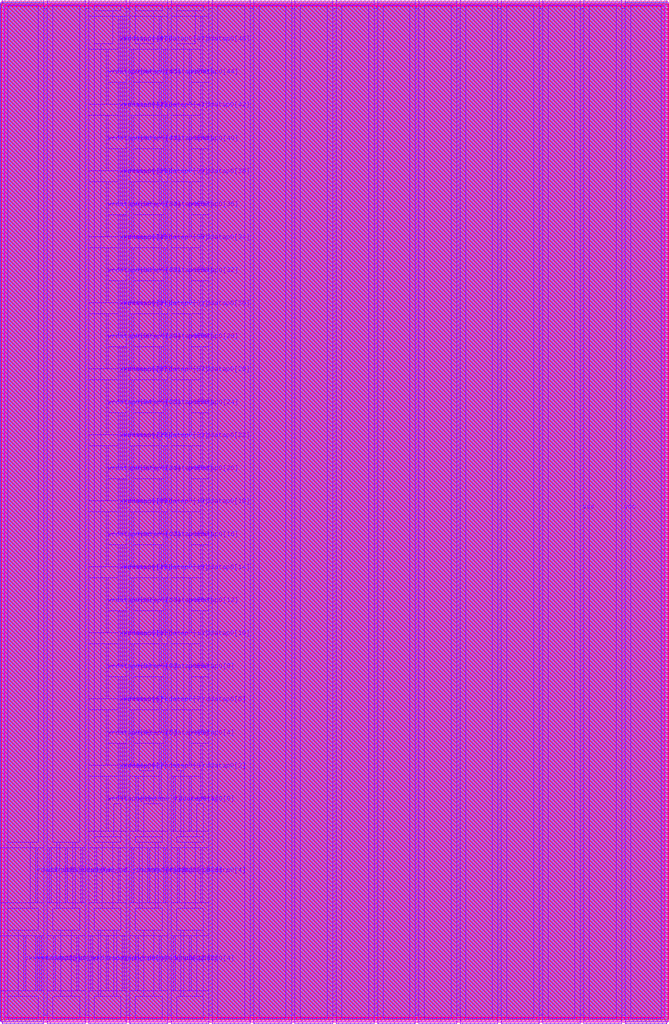
<source format=lef>
VERSION 5.8 ;
BUSBITCHARS "[]" ;
DIVIDERCHAR "/" ;

UNITS
  DATABASE MICRONS 4000 ;
END UNITS

PROPERTYDEFINITIONS
  MACRO hpml_layer STRING ;
  MACRO heml_layer STRING ;
END PROPERTYDEFINITIONS

MACRO arf046b064e1r1w0cbbehraa4acw
  CLASS BLOCK ;
  FOREIGN arf046b064e1r1w0cbbehraa4acw ;
  ORIGIN 0 0 ;
  SIZE 14.4 BY 22.08 ;
  PIN ckrdp0
    DIRECTION INPUT ;
    USE SIGNAL ;
    PORT
      LAYER m7 ;
        RECT 0.984 2.52 1.028 3.72 ;
    END
  END ckrdp0
  PIN ckwrp0
    DIRECTION INPUT ;
    USE SIGNAL ;
    PORT
      LAYER m7 ;
        RECT 0.428 0.6 0.472 1.8 ;
    END
  END ckwrp0
  PIN rdaddrp0[0]
    DIRECTION INPUT ;
    USE SIGNAL ;
    PORT
      LAYER m7 ;
        RECT 2.784 2.52 2.828 3.72 ;
    END
  END rdaddrp0[0]
  PIN rdaddrp0[1]
    DIRECTION INPUT ;
    USE SIGNAL ;
    PORT
      LAYER m7 ;
        RECT 3.128 2.52 3.172 3.72 ;
    END
  END rdaddrp0[1]
  PIN rdaddrp0[2]
    DIRECTION INPUT ;
    USE SIGNAL ;
    PORT
      LAYER m7 ;
        RECT 3.472 2.52 3.516 3.72 ;
    END
  END rdaddrp0[2]
  PIN rdaddrp0[3]
    DIRECTION INPUT ;
    USE SIGNAL ;
    PORT
      LAYER m7 ;
        RECT 3.772 2.52 3.816 3.72 ;
    END
  END rdaddrp0[3]
  PIN rdaddrp0[4]
    DIRECTION INPUT ;
    USE SIGNAL ;
    PORT
      LAYER m7 ;
        RECT 4.284 2.52 4.328 3.72 ;
    END
  END rdaddrp0[4]
  PIN rdaddrp0[5]
    DIRECTION INPUT ;
    USE SIGNAL ;
    PORT
      LAYER m7 ;
        RECT 0.684 2.52 0.728 3.72 ;
    END
  END rdaddrp0[5]
  PIN rdaddrp0_fd
    DIRECTION INPUT ;
    USE SIGNAL ;
    PORT
      LAYER m7 ;
        RECT 1.328 2.52 1.372 3.72 ;
    END
  END rdaddrp0_fd
  PIN rdaddrp0_rd
    DIRECTION INPUT ;
    USE SIGNAL ;
    PORT
      LAYER m7 ;
        RECT 1.672 2.52 1.716 3.72 ;
    END
  END rdaddrp0_rd
  PIN rdenp0
    DIRECTION INPUT ;
    USE SIGNAL ;
    PORT
      LAYER m7 ;
        RECT 1.972 2.52 2.016 3.72 ;
    END
  END rdenp0
  PIN sdl_initp0
    DIRECTION INPUT ;
    USE SIGNAL ;
    PORT
      LAYER m7 ;
        RECT 2.484 2.52 2.528 3.72 ;
    END
  END sdl_initp0
  PIN wraddrp0[0]
    DIRECTION INPUT ;
    USE SIGNAL ;
    PORT
      LAYER m7 ;
        RECT 2.572 0.6 2.616 1.8 ;
    END
  END wraddrp0[0]
  PIN wraddrp0[1]
    DIRECTION INPUT ;
    USE SIGNAL ;
    PORT
      LAYER m7 ;
        RECT 2.872 0.6 2.916 1.8 ;
    END
  END wraddrp0[1]
  PIN wraddrp0[2]
    DIRECTION INPUT ;
    USE SIGNAL ;
    PORT
      LAYER m7 ;
        RECT 3.384 0.6 3.428 1.8 ;
    END
  END wraddrp0[2]
  PIN wraddrp0[3]
    DIRECTION INPUT ;
    USE SIGNAL ;
    PORT
      LAYER m7 ;
        RECT 3.684 0.6 3.728 1.8 ;
    END
  END wraddrp0[3]
  PIN wraddrp0[4]
    DIRECTION INPUT ;
    USE SIGNAL ;
    PORT
      LAYER m7 ;
        RECT 4.028 0.6 4.072 1.8 ;
    END
  END wraddrp0[4]
  PIN wraddrp0[5]
    DIRECTION INPUT ;
    USE SIGNAL ;
    PORT
      LAYER m7 ;
        RECT 0.684 0.6 0.728 1.8 ;
    END
  END wraddrp0[5]
  PIN wraddrp0_fd
    DIRECTION INPUT ;
    USE SIGNAL ;
    PORT
      LAYER m7 ;
        RECT 0.772 0.6 0.816 1.8 ;
    END
  END wraddrp0_fd
  PIN wraddrp0_rd
    DIRECTION INPUT ;
    USE SIGNAL ;
    PORT
      LAYER m7 ;
        RECT 1.072 0.6 1.116 1.8 ;
    END
  END wraddrp0_rd
  PIN wrdatap0[0]
    DIRECTION INPUT ;
    USE SIGNAL ;
    PORT
      LAYER m7 ;
        RECT 2.872 4.08 2.916 5.28 ;
    END
  END wrdatap0[0]
  PIN wrdatap0[10]
    DIRECTION INPUT ;
    USE SIGNAL ;
    PORT
      LAYER m7 ;
        RECT 2.484 7.68 2.528 8.88 ;
    END
  END wrdatap0[10]
  PIN wrdatap0[11]
    DIRECTION INPUT ;
    USE SIGNAL ;
    PORT
      LAYER m7 ;
        RECT 2.572 7.68 2.616 8.88 ;
    END
  END wrdatap0[11]
  PIN wrdatap0[12]
    DIRECTION INPUT ;
    USE SIGNAL ;
    PORT
      LAYER m7 ;
        RECT 2.228 8.4 2.272 9.6 ;
    END
  END wrdatap0[12]
  PIN wrdatap0[13]
    DIRECTION INPUT ;
    USE SIGNAL ;
    PORT
      LAYER m7 ;
        RECT 2.784 8.4 2.828 9.6 ;
    END
  END wrdatap0[13]
  PIN wrdatap0[14]
    DIRECTION INPUT ;
    USE SIGNAL ;
    PORT
      LAYER m7 ;
        RECT 2.484 9.12 2.528 10.32 ;
    END
  END wrdatap0[14]
  PIN wrdatap0[15]
    DIRECTION INPUT ;
    USE SIGNAL ;
    PORT
      LAYER m7 ;
        RECT 2.572 9.12 2.616 10.32 ;
    END
  END wrdatap0[15]
  PIN wrdatap0[16]
    DIRECTION INPUT ;
    USE SIGNAL ;
    PORT
      LAYER m7 ;
        RECT 2.228 9.84 2.272 11.04 ;
    END
  END wrdatap0[16]
  PIN wrdatap0[17]
    DIRECTION INPUT ;
    USE SIGNAL ;
    PORT
      LAYER m7 ;
        RECT 2.784 9.84 2.828 11.04 ;
    END
  END wrdatap0[17]
  PIN wrdatap0[18]
    DIRECTION INPUT ;
    USE SIGNAL ;
    PORT
      LAYER m7 ;
        RECT 2.484 10.56 2.528 11.76 ;
    END
  END wrdatap0[18]
  PIN wrdatap0[19]
    DIRECTION INPUT ;
    USE SIGNAL ;
    PORT
      LAYER m7 ;
        RECT 2.572 10.56 2.616 11.76 ;
    END
  END wrdatap0[19]
  PIN wrdatap0[1]
    DIRECTION INPUT ;
    USE SIGNAL ;
    PORT
      LAYER m7 ;
        RECT 2.228 4.08 2.272 5.28 ;
    END
  END wrdatap0[1]
  PIN wrdatap0[20]
    DIRECTION INPUT ;
    USE SIGNAL ;
    PORT
      LAYER m7 ;
        RECT 2.228 11.28 2.272 12.48 ;
    END
  END wrdatap0[20]
  PIN wrdatap0[21]
    DIRECTION INPUT ;
    USE SIGNAL ;
    PORT
      LAYER m7 ;
        RECT 2.784 11.28 2.828 12.48 ;
    END
  END wrdatap0[21]
  PIN wrdatap0[22]
    DIRECTION INPUT ;
    USE SIGNAL ;
    PORT
      LAYER m7 ;
        RECT 2.484 12 2.528 13.2 ;
    END
  END wrdatap0[22]
  PIN wrdatap0[23]
    DIRECTION INPUT ;
    USE SIGNAL ;
    PORT
      LAYER m7 ;
        RECT 2.572 12 2.616 13.2 ;
    END
  END wrdatap0[23]
  PIN wrdatap0[24]
    DIRECTION INPUT ;
    USE SIGNAL ;
    PORT
      LAYER m7 ;
        RECT 2.228 12.72 2.272 13.92 ;
    END
  END wrdatap0[24]
  PIN wrdatap0[25]
    DIRECTION INPUT ;
    USE SIGNAL ;
    PORT
      LAYER m7 ;
        RECT 2.784 12.72 2.828 13.92 ;
    END
  END wrdatap0[25]
  PIN wrdatap0[26]
    DIRECTION INPUT ;
    USE SIGNAL ;
    PORT
      LAYER m7 ;
        RECT 2.484 13.44 2.528 14.64 ;
    END
  END wrdatap0[26]
  PIN wrdatap0[27]
    DIRECTION INPUT ;
    USE SIGNAL ;
    PORT
      LAYER m7 ;
        RECT 2.572 13.44 2.616 14.64 ;
    END
  END wrdatap0[27]
  PIN wrdatap0[28]
    DIRECTION INPUT ;
    USE SIGNAL ;
    PORT
      LAYER m7 ;
        RECT 2.228 14.16 2.272 15.36 ;
    END
  END wrdatap0[28]
  PIN wrdatap0[29]
    DIRECTION INPUT ;
    USE SIGNAL ;
    PORT
      LAYER m7 ;
        RECT 2.784 14.16 2.828 15.36 ;
    END
  END wrdatap0[29]
  PIN wrdatap0[2]
    DIRECTION INPUT ;
    USE SIGNAL ;
    PORT
      LAYER m7 ;
        RECT 2.484 4.8 2.528 6 ;
    END
  END wrdatap0[2]
  PIN wrdatap0[30]
    DIRECTION INPUT ;
    USE SIGNAL ;
    PORT
      LAYER m7 ;
        RECT 2.484 14.88 2.528 16.08 ;
    END
  END wrdatap0[30]
  PIN wrdatap0[31]
    DIRECTION INPUT ;
    USE SIGNAL ;
    PORT
      LAYER m7 ;
        RECT 2.572 14.88 2.616 16.08 ;
    END
  END wrdatap0[31]
  PIN wrdatap0[32]
    DIRECTION INPUT ;
    USE SIGNAL ;
    PORT
      LAYER m7 ;
        RECT 2.228 15.6 2.272 16.8 ;
    END
  END wrdatap0[32]
  PIN wrdatap0[33]
    DIRECTION INPUT ;
    USE SIGNAL ;
    PORT
      LAYER m7 ;
        RECT 2.784 15.6 2.828 16.8 ;
    END
  END wrdatap0[33]
  PIN wrdatap0[34]
    DIRECTION INPUT ;
    USE SIGNAL ;
    PORT
      LAYER m7 ;
        RECT 2.484 16.32 2.528 17.52 ;
    END
  END wrdatap0[34]
  PIN wrdatap0[35]
    DIRECTION INPUT ;
    USE SIGNAL ;
    PORT
      LAYER m7 ;
        RECT 2.572 16.32 2.616 17.52 ;
    END
  END wrdatap0[35]
  PIN wrdatap0[36]
    DIRECTION INPUT ;
    USE SIGNAL ;
    PORT
      LAYER m7 ;
        RECT 2.228 17.04 2.272 18.24 ;
    END
  END wrdatap0[36]
  PIN wrdatap0[37]
    DIRECTION INPUT ;
    USE SIGNAL ;
    PORT
      LAYER m7 ;
        RECT 2.784 17.04 2.828 18.24 ;
    END
  END wrdatap0[37]
  PIN wrdatap0[38]
    DIRECTION INPUT ;
    USE SIGNAL ;
    PORT
      LAYER m7 ;
        RECT 2.484 17.76 2.528 18.96 ;
    END
  END wrdatap0[38]
  PIN wrdatap0[39]
    DIRECTION INPUT ;
    USE SIGNAL ;
    PORT
      LAYER m7 ;
        RECT 2.572 17.76 2.616 18.96 ;
    END
  END wrdatap0[39]
  PIN wrdatap0[3]
    DIRECTION INPUT ;
    USE SIGNAL ;
    PORT
      LAYER m7 ;
        RECT 2.572 4.8 2.616 6 ;
    END
  END wrdatap0[3]
  PIN wrdatap0[40]
    DIRECTION INPUT ;
    USE SIGNAL ;
    PORT
      LAYER m7 ;
        RECT 2.228 18.48 2.272 19.68 ;
    END
  END wrdatap0[40]
  PIN wrdatap0[41]
    DIRECTION INPUT ;
    USE SIGNAL ;
    PORT
      LAYER m7 ;
        RECT 2.784 18.48 2.828 19.68 ;
    END
  END wrdatap0[41]
  PIN wrdatap0[42]
    DIRECTION INPUT ;
    USE SIGNAL ;
    PORT
      LAYER m7 ;
        RECT 2.484 19.2 2.528 20.4 ;
    END
  END wrdatap0[42]
  PIN wrdatap0[43]
    DIRECTION INPUT ;
    USE SIGNAL ;
    PORT
      LAYER m7 ;
        RECT 2.572 19.2 2.616 20.4 ;
    END
  END wrdatap0[43]
  PIN wrdatap0[44]
    DIRECTION INPUT ;
    USE SIGNAL ;
    PORT
      LAYER m7 ;
        RECT 2.228 19.92 2.272 21.12 ;
    END
  END wrdatap0[44]
  PIN wrdatap0[45]
    DIRECTION INPUT ;
    USE SIGNAL ;
    PORT
      LAYER m7 ;
        RECT 2.784 19.92 2.828 21.12 ;
    END
  END wrdatap0[45]
  PIN wrdatap0[46]
    DIRECTION INPUT ;
    USE SIGNAL ;
    PORT
      LAYER m7 ;
        RECT 2.484 20.64 2.528 21.84 ;
    END
  END wrdatap0[46]
  PIN wrdatap0[47]
    DIRECTION INPUT ;
    USE SIGNAL ;
    PORT
      LAYER m7 ;
        RECT 2.572 20.64 2.616 21.84 ;
    END
  END wrdatap0[47]
  PIN wrdatap0[4]
    DIRECTION INPUT ;
    USE SIGNAL ;
    PORT
      LAYER m7 ;
        RECT 2.228 5.52 2.272 6.72 ;
    END
  END wrdatap0[4]
  PIN wrdatap0[5]
    DIRECTION INPUT ;
    USE SIGNAL ;
    PORT
      LAYER m7 ;
        RECT 2.784 5.52 2.828 6.72 ;
    END
  END wrdatap0[5]
  PIN wrdatap0[6]
    DIRECTION INPUT ;
    USE SIGNAL ;
    PORT
      LAYER m7 ;
        RECT 2.484 6.24 2.528 7.44 ;
    END
  END wrdatap0[6]
  PIN wrdatap0[7]
    DIRECTION INPUT ;
    USE SIGNAL ;
    PORT
      LAYER m7 ;
        RECT 2.572 6.24 2.616 7.44 ;
    END
  END wrdatap0[7]
  PIN wrdatap0[8]
    DIRECTION INPUT ;
    USE SIGNAL ;
    PORT
      LAYER m7 ;
        RECT 2.228 6.96 2.272 8.16 ;
    END
  END wrdatap0[8]
  PIN wrdatap0[9]
    DIRECTION INPUT ;
    USE SIGNAL ;
    PORT
      LAYER m7 ;
        RECT 2.784 6.96 2.828 8.16 ;
    END
  END wrdatap0[9]
  PIN wrdatap0_fd
    DIRECTION INPUT ;
    USE SIGNAL ;
    PORT
      LAYER m7 ;
        RECT 1.884 0.6 1.928 1.8 ;
    END
  END wrdatap0_fd
  PIN wrdatap0_rd
    DIRECTION INPUT ;
    USE SIGNAL ;
    PORT
      LAYER m7 ;
        RECT 2.228 0.6 2.272 1.8 ;
    END
  END wrdatap0_rd
  PIN wrenp0
    DIRECTION INPUT ;
    USE SIGNAL ;
    PORT
      LAYER m7 ;
        RECT 1.584 0.6 1.628 1.8 ;
    END
  END wrenp0
  PIN rddatap0[0]
    DIRECTION OUTPUT ;
    USE SIGNAL ;
    PORT
      LAYER m7 ;
        RECT 4.028 4.08 4.072 5.28 ;
    END
  END rddatap0[0]
  PIN rddatap0[10]
    DIRECTION OUTPUT ;
    USE SIGNAL ;
    PORT
      LAYER m7 ;
        RECT 4.284 7.68 4.328 8.88 ;
    END
  END rddatap0[10]
  PIN rddatap0[11]
    DIRECTION OUTPUT ;
    USE SIGNAL ;
    PORT
      LAYER m7 ;
        RECT 3.384 7.68 3.428 8.88 ;
    END
  END rddatap0[11]
  PIN rddatap0[12]
    DIRECTION OUTPUT ;
    USE SIGNAL ;
    PORT
      LAYER m7 ;
        RECT 4.028 8.4 4.072 9.6 ;
    END
  END rddatap0[12]
  PIN rddatap0[13]
    DIRECTION OUTPUT ;
    USE SIGNAL ;
    PORT
      LAYER m7 ;
        RECT 3.472 8.4 3.516 9.6 ;
    END
  END rddatap0[13]
  PIN rddatap0[14]
    DIRECTION OUTPUT ;
    USE SIGNAL ;
    PORT
      LAYER m7 ;
        RECT 4.284 9.12 4.328 10.32 ;
    END
  END rddatap0[14]
  PIN rddatap0[15]
    DIRECTION OUTPUT ;
    USE SIGNAL ;
    PORT
      LAYER m7 ;
        RECT 3.384 9.12 3.428 10.32 ;
    END
  END rddatap0[15]
  PIN rddatap0[16]
    DIRECTION OUTPUT ;
    USE SIGNAL ;
    PORT
      LAYER m7 ;
        RECT 4.028 9.84 4.072 11.04 ;
    END
  END rddatap0[16]
  PIN rddatap0[17]
    DIRECTION OUTPUT ;
    USE SIGNAL ;
    PORT
      LAYER m7 ;
        RECT 3.472 9.84 3.516 11.04 ;
    END
  END rddatap0[17]
  PIN rddatap0[18]
    DIRECTION OUTPUT ;
    USE SIGNAL ;
    PORT
      LAYER m7 ;
        RECT 4.284 10.56 4.328 11.76 ;
    END
  END rddatap0[18]
  PIN rddatap0[19]
    DIRECTION OUTPUT ;
    USE SIGNAL ;
    PORT
      LAYER m7 ;
        RECT 3.384 10.56 3.428 11.76 ;
    END
  END rddatap0[19]
  PIN rddatap0[1]
    DIRECTION OUTPUT ;
    USE SIGNAL ;
    PORT
      LAYER m7 ;
        RECT 3.684 4.08 3.728 5.28 ;
    END
  END rddatap0[1]
  PIN rddatap0[20]
    DIRECTION OUTPUT ;
    USE SIGNAL ;
    PORT
      LAYER m7 ;
        RECT 4.028 11.28 4.072 12.48 ;
    END
  END rddatap0[20]
  PIN rddatap0[21]
    DIRECTION OUTPUT ;
    USE SIGNAL ;
    PORT
      LAYER m7 ;
        RECT 3.472 11.28 3.516 12.48 ;
    END
  END rddatap0[21]
  PIN rddatap0[22]
    DIRECTION OUTPUT ;
    USE SIGNAL ;
    PORT
      LAYER m7 ;
        RECT 4.284 12 4.328 13.2 ;
    END
  END rddatap0[22]
  PIN rddatap0[23]
    DIRECTION OUTPUT ;
    USE SIGNAL ;
    PORT
      LAYER m7 ;
        RECT 3.384 12 3.428 13.2 ;
    END
  END rddatap0[23]
  PIN rddatap0[24]
    DIRECTION OUTPUT ;
    USE SIGNAL ;
    PORT
      LAYER m7 ;
        RECT 4.028 12.72 4.072 13.92 ;
    END
  END rddatap0[24]
  PIN rddatap0[25]
    DIRECTION OUTPUT ;
    USE SIGNAL ;
    PORT
      LAYER m7 ;
        RECT 3.472 12.72 3.516 13.92 ;
    END
  END rddatap0[25]
  PIN rddatap0[26]
    DIRECTION OUTPUT ;
    USE SIGNAL ;
    PORT
      LAYER m7 ;
        RECT 4.284 13.44 4.328 14.64 ;
    END
  END rddatap0[26]
  PIN rddatap0[27]
    DIRECTION OUTPUT ;
    USE SIGNAL ;
    PORT
      LAYER m7 ;
        RECT 3.384 13.44 3.428 14.64 ;
    END
  END rddatap0[27]
  PIN rddatap0[28]
    DIRECTION OUTPUT ;
    USE SIGNAL ;
    PORT
      LAYER m7 ;
        RECT 4.028 14.16 4.072 15.36 ;
    END
  END rddatap0[28]
  PIN rddatap0[29]
    DIRECTION OUTPUT ;
    USE SIGNAL ;
    PORT
      LAYER m7 ;
        RECT 3.472 14.16 3.516 15.36 ;
    END
  END rddatap0[29]
  PIN rddatap0[2]
    DIRECTION OUTPUT ;
    USE SIGNAL ;
    PORT
      LAYER m7 ;
        RECT 4.284 4.8 4.328 6 ;
    END
  END rddatap0[2]
  PIN rddatap0[30]
    DIRECTION OUTPUT ;
    USE SIGNAL ;
    PORT
      LAYER m7 ;
        RECT 4.284 14.88 4.328 16.08 ;
    END
  END rddatap0[30]
  PIN rddatap0[31]
    DIRECTION OUTPUT ;
    USE SIGNAL ;
    PORT
      LAYER m7 ;
        RECT 3.384 14.88 3.428 16.08 ;
    END
  END rddatap0[31]
  PIN rddatap0[32]
    DIRECTION OUTPUT ;
    USE SIGNAL ;
    PORT
      LAYER m7 ;
        RECT 4.028 15.6 4.072 16.8 ;
    END
  END rddatap0[32]
  PIN rddatap0[33]
    DIRECTION OUTPUT ;
    USE SIGNAL ;
    PORT
      LAYER m7 ;
        RECT 3.472 15.6 3.516 16.8 ;
    END
  END rddatap0[33]
  PIN rddatap0[34]
    DIRECTION OUTPUT ;
    USE SIGNAL ;
    PORT
      LAYER m7 ;
        RECT 4.284 16.32 4.328 17.52 ;
    END
  END rddatap0[34]
  PIN rddatap0[35]
    DIRECTION OUTPUT ;
    USE SIGNAL ;
    PORT
      LAYER m7 ;
        RECT 3.384 16.32 3.428 17.52 ;
    END
  END rddatap0[35]
  PIN rddatap0[36]
    DIRECTION OUTPUT ;
    USE SIGNAL ;
    PORT
      LAYER m7 ;
        RECT 4.028 17.04 4.072 18.24 ;
    END
  END rddatap0[36]
  PIN rddatap0[37]
    DIRECTION OUTPUT ;
    USE SIGNAL ;
    PORT
      LAYER m7 ;
        RECT 3.472 17.04 3.516 18.24 ;
    END
  END rddatap0[37]
  PIN rddatap0[38]
    DIRECTION OUTPUT ;
    USE SIGNAL ;
    PORT
      LAYER m7 ;
        RECT 4.284 17.76 4.328 18.96 ;
    END
  END rddatap0[38]
  PIN rddatap0[39]
    DIRECTION OUTPUT ;
    USE SIGNAL ;
    PORT
      LAYER m7 ;
        RECT 3.384 17.76 3.428 18.96 ;
    END
  END rddatap0[39]
  PIN rddatap0[3]
    DIRECTION OUTPUT ;
    USE SIGNAL ;
    PORT
      LAYER m7 ;
        RECT 3.384 4.8 3.428 6 ;
    END
  END rddatap0[3]
  PIN rddatap0[40]
    DIRECTION OUTPUT ;
    USE SIGNAL ;
    PORT
      LAYER m7 ;
        RECT 4.028 18.48 4.072 19.68 ;
    END
  END rddatap0[40]
  PIN rddatap0[41]
    DIRECTION OUTPUT ;
    USE SIGNAL ;
    PORT
      LAYER m7 ;
        RECT 3.472 18.48 3.516 19.68 ;
    END
  END rddatap0[41]
  PIN rddatap0[42]
    DIRECTION OUTPUT ;
    USE SIGNAL ;
    PORT
      LAYER m7 ;
        RECT 4.284 19.2 4.328 20.4 ;
    END
  END rddatap0[42]
  PIN rddatap0[43]
    DIRECTION OUTPUT ;
    USE SIGNAL ;
    PORT
      LAYER m7 ;
        RECT 3.384 19.2 3.428 20.4 ;
    END
  END rddatap0[43]
  PIN rddatap0[44]
    DIRECTION OUTPUT ;
    USE SIGNAL ;
    PORT
      LAYER m7 ;
        RECT 4.028 19.92 4.072 21.12 ;
    END
  END rddatap0[44]
  PIN rddatap0[45]
    DIRECTION OUTPUT ;
    USE SIGNAL ;
    PORT
      LAYER m7 ;
        RECT 3.472 19.92 3.516 21.12 ;
    END
  END rddatap0[45]
  PIN rddatap0[46]
    DIRECTION OUTPUT ;
    USE SIGNAL ;
    PORT
      LAYER m7 ;
        RECT 4.284 20.64 4.328 21.84 ;
    END
  END rddatap0[46]
  PIN rddatap0[47]
    DIRECTION OUTPUT ;
    USE SIGNAL ;
    PORT
      LAYER m7 ;
        RECT 3.384 20.64 3.428 21.84 ;
    END
  END rddatap0[47]
  PIN rddatap0[4]
    DIRECTION OUTPUT ;
    USE SIGNAL ;
    PORT
      LAYER m7 ;
        RECT 4.028 5.52 4.072 6.72 ;
    END
  END rddatap0[4]
  PIN rddatap0[5]
    DIRECTION OUTPUT ;
    USE SIGNAL ;
    PORT
      LAYER m7 ;
        RECT 3.472 5.52 3.516 6.72 ;
    END
  END rddatap0[5]
  PIN rddatap0[6]
    DIRECTION OUTPUT ;
    USE SIGNAL ;
    PORT
      LAYER m7 ;
        RECT 4.284 6.24 4.328 7.44 ;
    END
  END rddatap0[6]
  PIN rddatap0[7]
    DIRECTION OUTPUT ;
    USE SIGNAL ;
    PORT
      LAYER m7 ;
        RECT 3.384 6.24 3.428 7.44 ;
    END
  END rddatap0[7]
  PIN rddatap0[8]
    DIRECTION OUTPUT ;
    USE SIGNAL ;
    PORT
      LAYER m7 ;
        RECT 4.028 6.96 4.072 8.16 ;
    END
  END rddatap0[8]
  PIN rddatap0[9]
    DIRECTION OUTPUT ;
    USE SIGNAL ;
    PORT
      LAYER m7 ;
        RECT 3.472 6.96 3.516 8.16 ;
    END
  END rddatap0[9]
  PIN vcc
    DIRECTION INPUT ;
    USE POWER ;
    PORT
      LAYER m7 ;
        RECT 0.862 0.06 0.938 22.02 ;
        RECT 2.662 0.06 2.738 22.02 ;
        RECT 4.462 0.06 4.538 22.02 ;
        RECT 6.262 0.06 6.338 22.02 ;
        RECT 8.062 0.06 8.138 22.02 ;
        RECT 9.862 0.06 9.938 22.02 ;
        RECT 11.662 0.06 11.738 22.02 ;
        RECT 13.462 0.06 13.538 22.02 ;
    END
  END vcc
  PIN vss
    DIRECTION INOUT ;
    USE GROUND ;
    PORT
      LAYER m7 ;
        RECT 1.762 0.06 1.838 22.02 ;
        RECT 3.562 0.06 3.638 22.02 ;
        RECT 5.362 0.06 5.438 22.02 ;
        RECT 7.162 0.06 7.238 22.02 ;
        RECT 8.962 0.06 9.038 22.02 ;
        RECT 10.762 0.06 10.838 22.02 ;
        RECT 12.562 0.06 12.638 22.02 ;
    END
  END vss
  OBS
    LAYER m0 SPACING 0 ;
      RECT -0.016 -0.014 14.416 22.094 ;
    LAYER m1 SPACING 0 ;
      RECT -0.02 -0.02 14.42 22.1 ;
    LAYER m2 SPACING 0 ;
      RECT -0.0705 -0.038 14.4705 22.118 ;
    LAYER m3 SPACING 0 ;
      RECT -0.035 -0.07 14.435 22.15 ;
    LAYER m4 SPACING 0 ;
      RECT -0.07 -0.038 14.47 22.118 ;
    LAYER m5 SPACING 0 ;
      RECT -0.059 -0.09 14.459 22.17 ;
    LAYER m6 SPACING 0 ;
      RECT -0.09 -0.062 14.49 22.142 ;
    LAYER m7 SPACING 0 ;
      RECT 13.538 22.14 14.44 22.2 ;
      RECT 13.538 -0.06 14.492 22.14 ;
      RECT 13.538 -0.12 14.44 -0.06 ;
      RECT 12.638 -0.12 13.462 22.2 ;
      RECT 11.738 -0.12 12.562 22.2 ;
      RECT 10.838 -0.12 11.662 22.2 ;
      RECT 9.938 -0.12 10.762 22.2 ;
      RECT 9.038 -0.12 9.862 22.2 ;
      RECT 8.138 -0.12 8.962 22.2 ;
      RECT 7.238 -0.12 8.062 22.2 ;
      RECT 6.338 -0.12 7.162 22.2 ;
      RECT 5.438 -0.12 6.262 22.2 ;
      RECT 4.538 -0.12 5.362 22.2 ;
      RECT 3.638 21.84 4.462 22.2 ;
      RECT 3.638 21.12 4.284 21.84 ;
      RECT 4.328 20.64 4.462 21.84 ;
      RECT 4.072 20.64 4.284 21.12 ;
      RECT 4.072 20.4 4.462 20.64 ;
      RECT 3.638 19.92 4.028 21.12 ;
      RECT 4.072 19.92 4.284 20.4 ;
      RECT 3.638 19.68 4.284 19.92 ;
      RECT 4.328 19.2 4.462 20.4 ;
      RECT 4.072 19.2 4.284 19.68 ;
      RECT 4.072 18.96 4.462 19.2 ;
      RECT 3.638 18.48 4.028 19.68 ;
      RECT 4.072 18.48 4.284 18.96 ;
      RECT 3.638 18.24 4.284 18.48 ;
      RECT 4.328 17.76 4.462 18.96 ;
      RECT 4.072 17.76 4.284 18.24 ;
      RECT 4.072 17.52 4.462 17.76 ;
      RECT 3.638 17.04 4.028 18.24 ;
      RECT 4.072 17.04 4.284 17.52 ;
      RECT 3.638 16.8 4.284 17.04 ;
      RECT 4.328 16.32 4.462 17.52 ;
      RECT 4.072 16.32 4.284 16.8 ;
      RECT 4.072 16.08 4.462 16.32 ;
      RECT 3.638 15.6 4.028 16.8 ;
      RECT 4.072 15.6 4.284 16.08 ;
      RECT 3.638 15.36 4.284 15.6 ;
      RECT 4.328 14.88 4.462 16.08 ;
      RECT 4.072 14.88 4.284 15.36 ;
      RECT 4.072 14.64 4.462 14.88 ;
      RECT 3.638 14.16 4.028 15.36 ;
      RECT 4.072 14.16 4.284 14.64 ;
      RECT 3.638 13.92 4.284 14.16 ;
      RECT 4.328 13.44 4.462 14.64 ;
      RECT 4.072 13.44 4.284 13.92 ;
      RECT 4.072 13.2 4.462 13.44 ;
      RECT 3.638 12.72 4.028 13.92 ;
      RECT 4.072 12.72 4.284 13.2 ;
      RECT 3.638 12.48 4.284 12.72 ;
      RECT 4.328 12 4.462 13.2 ;
      RECT 4.072 12 4.284 12.48 ;
      RECT 4.072 11.76 4.462 12 ;
      RECT 3.638 11.28 4.028 12.48 ;
      RECT 4.072 11.28 4.284 11.76 ;
      RECT 3.638 11.04 4.284 11.28 ;
      RECT 4.328 10.56 4.462 11.76 ;
      RECT 4.072 10.56 4.284 11.04 ;
      RECT 4.072 10.32 4.462 10.56 ;
      RECT 3.638 9.84 4.028 11.04 ;
      RECT 4.072 9.84 4.284 10.32 ;
      RECT 3.638 9.6 4.284 9.84 ;
      RECT 4.328 9.12 4.462 10.32 ;
      RECT 4.072 9.12 4.284 9.6 ;
      RECT 4.072 8.88 4.462 9.12 ;
      RECT 3.638 8.4 4.028 9.6 ;
      RECT 4.072 8.4 4.284 8.88 ;
      RECT 3.638 8.16 4.284 8.4 ;
      RECT 4.328 7.68 4.462 8.88 ;
      RECT 4.072 7.68 4.284 8.16 ;
      RECT 4.072 7.44 4.462 7.68 ;
      RECT 3.638 6.96 4.028 8.16 ;
      RECT 4.072 6.96 4.284 7.44 ;
      RECT 3.638 6.72 4.284 6.96 ;
      RECT 4.328 6.24 4.462 7.44 ;
      RECT 4.072 6.24 4.284 6.72 ;
      RECT 4.072 6 4.462 6.24 ;
      RECT 3.638 5.52 4.028 6.72 ;
      RECT 4.072 5.52 4.284 6 ;
      RECT 3.638 5.28 4.284 5.52 ;
      RECT 4.328 4.8 4.462 6 ;
      RECT 4.072 4.8 4.284 5.28 ;
      RECT 3.638 4.08 3.684 5.28 ;
      RECT 3.728 4.08 4.028 5.28 ;
      RECT 4.072 4.08 4.462 4.8 ;
      RECT 3.638 3.72 4.462 4.08 ;
      RECT 3.638 2.52 3.772 3.72 ;
      RECT 3.816 2.52 4.284 3.72 ;
      RECT 4.328 2.52 4.462 3.72 ;
      RECT 3.638 1.8 4.462 2.52 ;
      RECT 3.638 0.6 3.684 1.8 ;
      RECT 3.728 0.6 4.028 1.8 ;
      RECT 4.072 0.6 4.462 1.8 ;
      RECT 3.638 -0.12 4.462 0.6 ;
      RECT 2.738 21.84 3.562 22.2 ;
      RECT 2.738 21.12 3.384 21.84 ;
      RECT 3.428 21.12 3.562 21.84 ;
      RECT 2.828 20.64 3.384 21.12 ;
      RECT 3.428 20.64 3.472 21.12 ;
      RECT 2.828 20.4 3.472 20.64 ;
      RECT 2.738 19.92 2.784 21.12 ;
      RECT 3.516 19.92 3.562 21.12 ;
      RECT 2.828 19.92 3.384 20.4 ;
      RECT 3.428 19.92 3.472 20.4 ;
      RECT 2.738 19.68 3.384 19.92 ;
      RECT 3.428 19.68 3.562 19.92 ;
      RECT 2.828 19.2 3.384 19.68 ;
      RECT 3.428 19.2 3.472 19.68 ;
      RECT 2.828 18.96 3.472 19.2 ;
      RECT 2.738 18.48 2.784 19.68 ;
      RECT 3.516 18.48 3.562 19.68 ;
      RECT 2.828 18.48 3.384 18.96 ;
      RECT 3.428 18.48 3.472 18.96 ;
      RECT 2.738 18.24 3.384 18.48 ;
      RECT 3.428 18.24 3.562 18.48 ;
      RECT 2.828 17.76 3.384 18.24 ;
      RECT 3.428 17.76 3.472 18.24 ;
      RECT 2.828 17.52 3.472 17.76 ;
      RECT 2.738 17.04 2.784 18.24 ;
      RECT 3.516 17.04 3.562 18.24 ;
      RECT 2.828 17.04 3.384 17.52 ;
      RECT 3.428 17.04 3.472 17.52 ;
      RECT 2.738 16.8 3.384 17.04 ;
      RECT 3.428 16.8 3.562 17.04 ;
      RECT 2.828 16.32 3.384 16.8 ;
      RECT 3.428 16.32 3.472 16.8 ;
      RECT 2.828 16.08 3.472 16.32 ;
      RECT 2.738 15.6 2.784 16.8 ;
      RECT 3.516 15.6 3.562 16.8 ;
      RECT 2.828 15.6 3.384 16.08 ;
      RECT 3.428 15.6 3.472 16.08 ;
      RECT 2.738 15.36 3.384 15.6 ;
      RECT 3.428 15.36 3.562 15.6 ;
      RECT 2.828 14.88 3.384 15.36 ;
      RECT 3.428 14.88 3.472 15.36 ;
      RECT 2.828 14.64 3.472 14.88 ;
      RECT 2.738 14.16 2.784 15.36 ;
      RECT 3.516 14.16 3.562 15.36 ;
      RECT 2.828 14.16 3.384 14.64 ;
      RECT 3.428 14.16 3.472 14.64 ;
      RECT 2.738 13.92 3.384 14.16 ;
      RECT 3.428 13.92 3.562 14.16 ;
      RECT 2.828 13.44 3.384 13.92 ;
      RECT 3.428 13.44 3.472 13.92 ;
      RECT 2.828 13.2 3.472 13.44 ;
      RECT 2.738 12.72 2.784 13.92 ;
      RECT 3.516 12.72 3.562 13.92 ;
      RECT 2.828 12.72 3.384 13.2 ;
      RECT 3.428 12.72 3.472 13.2 ;
      RECT 2.738 12.48 3.384 12.72 ;
      RECT 3.428 12.48 3.562 12.72 ;
      RECT 2.828 12 3.384 12.48 ;
      RECT 3.428 12 3.472 12.48 ;
      RECT 2.828 11.76 3.472 12 ;
      RECT 2.738 11.28 2.784 12.48 ;
      RECT 3.516 11.28 3.562 12.48 ;
      RECT 2.828 11.28 3.384 11.76 ;
      RECT 3.428 11.28 3.472 11.76 ;
      RECT 2.738 11.04 3.384 11.28 ;
      RECT 3.428 11.04 3.562 11.28 ;
      RECT 2.828 10.56 3.384 11.04 ;
      RECT 3.428 10.56 3.472 11.04 ;
      RECT 2.828 10.32 3.472 10.56 ;
      RECT 2.738 9.84 2.784 11.04 ;
      RECT 3.516 9.84 3.562 11.04 ;
      RECT 2.828 9.84 3.384 10.32 ;
      RECT 3.428 9.84 3.472 10.32 ;
      RECT 2.738 9.6 3.384 9.84 ;
      RECT 3.428 9.6 3.562 9.84 ;
      RECT 2.828 9.12 3.384 9.6 ;
      RECT 3.428 9.12 3.472 9.6 ;
      RECT 2.828 8.88 3.472 9.12 ;
      RECT 2.738 8.4 2.784 9.6 ;
      RECT 3.516 8.4 3.562 9.6 ;
      RECT 2.828 8.4 3.384 8.88 ;
      RECT 3.428 8.4 3.472 8.88 ;
      RECT 2.738 8.16 3.384 8.4 ;
      RECT 3.428 8.16 3.562 8.4 ;
      RECT 2.828 7.68 3.384 8.16 ;
      RECT 3.428 7.68 3.472 8.16 ;
      RECT 2.828 7.44 3.472 7.68 ;
      RECT 2.738 6.96 2.784 8.16 ;
      RECT 3.516 6.96 3.562 8.16 ;
      RECT 2.828 6.96 3.384 7.44 ;
      RECT 3.428 6.96 3.472 7.44 ;
      RECT 2.738 6.72 3.384 6.96 ;
      RECT 3.428 6.72 3.562 6.96 ;
      RECT 2.828 6.24 3.384 6.72 ;
      RECT 3.428 6.24 3.472 6.72 ;
      RECT 2.828 6 3.472 6.24 ;
      RECT 2.738 5.52 2.784 6.72 ;
      RECT 3.516 5.52 3.562 6.72 ;
      RECT 2.828 5.52 3.384 6 ;
      RECT 3.428 5.52 3.472 6 ;
      RECT 2.738 5.28 3.384 5.52 ;
      RECT 3.428 4.8 3.562 5.52 ;
      RECT 2.916 4.8 3.384 5.28 ;
      RECT 2.738 4.08 2.872 5.28 ;
      RECT 2.916 4.08 3.562 4.8 ;
      RECT 2.738 3.72 3.562 4.08 ;
      RECT 2.738 2.52 2.784 3.72 ;
      RECT 2.828 2.52 3.128 3.72 ;
      RECT 3.172 2.52 3.472 3.72 ;
      RECT 3.516 2.52 3.562 3.72 ;
      RECT 2.738 1.8 3.562 2.52 ;
      RECT 2.738 0.6 2.872 1.8 ;
      RECT 2.916 0.6 3.384 1.8 ;
      RECT 3.428 0.6 3.562 1.8 ;
      RECT 2.738 -0.12 3.562 0.6 ;
      RECT 1.838 21.84 2.662 22.2 ;
      RECT 1.838 21.12 2.484 21.84 ;
      RECT 2.528 20.64 2.572 21.84 ;
      RECT 2.616 20.64 2.662 21.84 ;
      RECT 2.272 20.64 2.484 21.12 ;
      RECT 2.272 20.4 2.662 20.64 ;
      RECT 1.838 19.92 2.228 21.12 ;
      RECT 2.272 19.92 2.484 20.4 ;
      RECT 1.838 19.68 2.484 19.92 ;
      RECT 2.528 19.2 2.572 20.4 ;
      RECT 2.616 19.2 2.662 20.4 ;
      RECT 2.272 19.2 2.484 19.68 ;
      RECT 2.272 18.96 2.662 19.2 ;
      RECT 1.838 18.48 2.228 19.68 ;
      RECT 2.272 18.48 2.484 18.96 ;
      RECT 1.838 18.24 2.484 18.48 ;
      RECT 2.528 17.76 2.572 18.96 ;
      RECT 2.616 17.76 2.662 18.96 ;
      RECT 2.272 17.76 2.484 18.24 ;
      RECT 2.272 17.52 2.662 17.76 ;
      RECT 1.838 17.04 2.228 18.24 ;
      RECT 2.272 17.04 2.484 17.52 ;
      RECT 1.838 16.8 2.484 17.04 ;
      RECT 2.528 16.32 2.572 17.52 ;
      RECT 2.616 16.32 2.662 17.52 ;
      RECT 2.272 16.32 2.484 16.8 ;
      RECT 2.272 16.08 2.662 16.32 ;
      RECT 1.838 15.6 2.228 16.8 ;
      RECT 2.272 15.6 2.484 16.08 ;
      RECT 1.838 15.36 2.484 15.6 ;
      RECT 2.528 14.88 2.572 16.08 ;
      RECT 2.616 14.88 2.662 16.08 ;
      RECT 2.272 14.88 2.484 15.36 ;
      RECT 2.272 14.64 2.662 14.88 ;
      RECT 1.838 14.16 2.228 15.36 ;
      RECT 2.272 14.16 2.484 14.64 ;
      RECT 1.838 13.92 2.484 14.16 ;
      RECT 2.528 13.44 2.572 14.64 ;
      RECT 2.616 13.44 2.662 14.64 ;
      RECT 2.272 13.44 2.484 13.92 ;
      RECT 2.272 13.2 2.662 13.44 ;
      RECT 1.838 12.72 2.228 13.92 ;
      RECT 2.272 12.72 2.484 13.2 ;
      RECT 1.838 12.48 2.484 12.72 ;
      RECT 2.528 12 2.572 13.2 ;
      RECT 2.616 12 2.662 13.2 ;
      RECT 2.272 12 2.484 12.48 ;
      RECT 2.272 11.76 2.662 12 ;
      RECT 1.838 11.28 2.228 12.48 ;
      RECT 2.272 11.28 2.484 11.76 ;
      RECT 1.838 11.04 2.484 11.28 ;
      RECT 2.528 10.56 2.572 11.76 ;
      RECT 2.616 10.56 2.662 11.76 ;
      RECT 2.272 10.56 2.484 11.04 ;
      RECT 2.272 10.32 2.662 10.56 ;
      RECT 1.838 9.84 2.228 11.04 ;
      RECT 2.272 9.84 2.484 10.32 ;
      RECT 1.838 9.6 2.484 9.84 ;
      RECT 2.528 9.12 2.572 10.32 ;
      RECT 2.616 9.12 2.662 10.32 ;
      RECT 2.272 9.12 2.484 9.6 ;
      RECT 2.272 8.88 2.662 9.12 ;
      RECT 1.838 8.4 2.228 9.6 ;
      RECT 2.272 8.4 2.484 8.88 ;
      RECT 1.838 8.16 2.484 8.4 ;
      RECT 2.528 7.68 2.572 8.88 ;
      RECT 2.616 7.68 2.662 8.88 ;
      RECT 2.272 7.68 2.484 8.16 ;
      RECT 2.272 7.44 2.662 7.68 ;
      RECT 1.838 6.96 2.228 8.16 ;
      RECT 2.272 6.96 2.484 7.44 ;
      RECT 1.838 6.72 2.484 6.96 ;
      RECT 2.528 6.24 2.572 7.44 ;
      RECT 2.616 6.24 2.662 7.44 ;
      RECT 2.272 6.24 2.484 6.72 ;
      RECT 2.272 6 2.662 6.24 ;
      RECT 1.838 5.52 2.228 6.72 ;
      RECT 2.272 5.52 2.484 6 ;
      RECT 1.838 5.28 2.484 5.52 ;
      RECT 2.528 4.8 2.572 6 ;
      RECT 2.616 4.8 2.662 6 ;
      RECT 2.272 4.8 2.484 5.28 ;
      RECT 1.838 4.08 2.228 5.28 ;
      RECT 2.272 4.08 2.662 4.8 ;
      RECT 1.838 3.72 2.662 4.08 ;
      RECT 1.838 2.52 1.972 3.72 ;
      RECT 2.016 2.52 2.484 3.72 ;
      RECT 2.528 2.52 2.662 3.72 ;
      RECT 1.838 1.8 2.662 2.52 ;
      RECT 1.838 0.6 1.884 1.8 ;
      RECT 1.928 0.6 2.228 1.8 ;
      RECT 2.272 0.6 2.572 1.8 ;
      RECT 2.616 0.6 2.662 1.8 ;
      RECT 1.838 -0.12 2.662 0.6 ;
      RECT 0.938 3.72 1.762 22.2 ;
      RECT 0.938 2.52 0.984 3.72 ;
      RECT 1.028 2.52 1.328 3.72 ;
      RECT 1.372 2.52 1.672 3.72 ;
      RECT 1.716 2.52 1.762 3.72 ;
      RECT 0.938 1.8 1.762 2.52 ;
      RECT 0.938 0.6 1.072 1.8 ;
      RECT 1.116 0.6 1.584 1.8 ;
      RECT 1.628 0.6 1.762 1.8 ;
      RECT 0.938 -0.12 1.762 0.6 ;
      RECT -0.04 22.14 0.862 22.2 ;
      RECT -0.092 3.72 0.862 22.14 ;
      RECT -0.092 2.52 0.684 3.72 ;
      RECT 0.728 2.52 0.862 3.72 ;
      RECT -0.092 1.8 0.862 2.52 ;
      RECT -0.092 0.6 0.428 1.8 ;
      RECT 0.472 0.6 0.684 1.8 ;
      RECT 0.728 0.6 0.772 1.8 ;
      RECT 0.816 0.6 0.862 1.8 ;
      RECT -0.092 -0.06 0.862 0.6 ;
      RECT -0.04 -0.12 0.862 -0.06 ;
    LAYER m7 ;
      RECT 13.658 0 14.32 22.08 ;
      RECT 12.758 0 13.342 22.08 ;
      RECT 11.858 0 12.442 22.08 ;
      RECT 10.958 0 11.542 22.08 ;
      RECT 10.058 0 10.642 22.08 ;
      RECT 9.158 0 9.742 22.08 ;
      RECT 8.258 0 8.842 22.08 ;
      RECT 7.358 0 7.942 22.08 ;
      RECT 6.458 0 7.042 22.08 ;
      RECT 5.558 0 6.142 22.08 ;
      RECT 4.658 0 5.242 22.08 ;
      RECT 3.758 21.96 4.342 22.08 ;
      RECT 3.758 21.24 4.164 21.96 ;
      RECT 3.758 5.4 3.908 21.24 ;
      RECT 3.848 3.96 3.908 5.4 ;
      RECT 4.192 3.96 4.342 4.68 ;
      RECT 3.758 3.84 4.342 3.96 ;
      RECT 3.936 2.4 4.164 3.84 ;
      RECT 3.758 1.92 4.342 2.4 ;
      RECT 3.848 0.48 3.908 1.92 ;
      RECT 4.192 0.48 4.342 1.92 ;
      RECT 3.758 0 4.342 0.48 ;
      RECT 2.858 21.96 3.442 22.08 ;
      RECT 2.858 21.24 3.264 21.96 ;
      RECT 2.948 5.4 3.264 21.24 ;
      RECT 3.036 4.68 3.264 5.4 ;
      RECT 3.036 3.96 3.442 4.68 ;
      RECT 2.858 3.84 3.442 3.96 ;
      RECT 2.948 2.4 3.008 3.84 ;
      RECT 3.292 2.4 3.352 3.84 ;
      RECT 2.858 1.92 3.442 2.4 ;
      RECT 3.036 0.48 3.264 1.92 ;
      RECT 2.858 0 3.442 0.48 ;
      RECT 1.958 21.96 2.542 22.08 ;
      RECT 1.958 21.24 2.364 21.96 ;
      RECT 1.958 3.96 2.108 21.24 ;
      RECT 2.392 3.96 2.542 4.68 ;
      RECT 1.958 3.84 2.542 3.96 ;
      RECT 2.136 2.4 2.364 3.84 ;
      RECT 1.958 1.92 2.542 2.4 ;
      RECT 2.048 0.48 2.108 1.92 ;
      RECT 2.392 0.48 2.452 1.92 ;
      RECT 1.958 0 2.542 0.48 ;
      RECT 1.058 3.84 1.642 22.08 ;
      RECT 1.148 2.4 1.208 3.84 ;
      RECT 1.492 2.4 1.552 3.84 ;
      RECT 1.058 1.92 1.642 2.4 ;
      RECT 1.236 0.48 1.464 1.92 ;
      RECT 1.058 0 1.642 0.48 ;
      RECT 0.08 3.84 0.742 22.08 ;
      RECT 0.08 2.4 0.564 3.84 ;
      RECT 0.08 1.92 0.742 2.4 ;
      RECT 0.08 0.48 0.308 1.92 ;
      RECT 0.08 0 0.742 0.48 ;
    LAYER m0 ;
      RECT 0 0.002 14.4 22.078 ;
    LAYER m1 ;
      RECT 0 0 14.4 22.08 ;
    LAYER m2 ;
      RECT 0 0.015 14.4 22.065 ;
    LAYER m3 ;
      RECT 0.015 0 14.385 22.08 ;
    LAYER m4 ;
      RECT 0 0.02 14.4 22.06 ;
    LAYER m5 ;
      RECT 0.012 0 14.388 22.08 ;
    LAYER m6 ;
      RECT 0 0.012 14.4 22.068 ;
  END
  PROPERTY heml_layer "7" ;
  PROPERTY hpml_layer "7" ;
END arf046b064e1r1w0cbbehraa4acw

END LIBRARY

</source>
